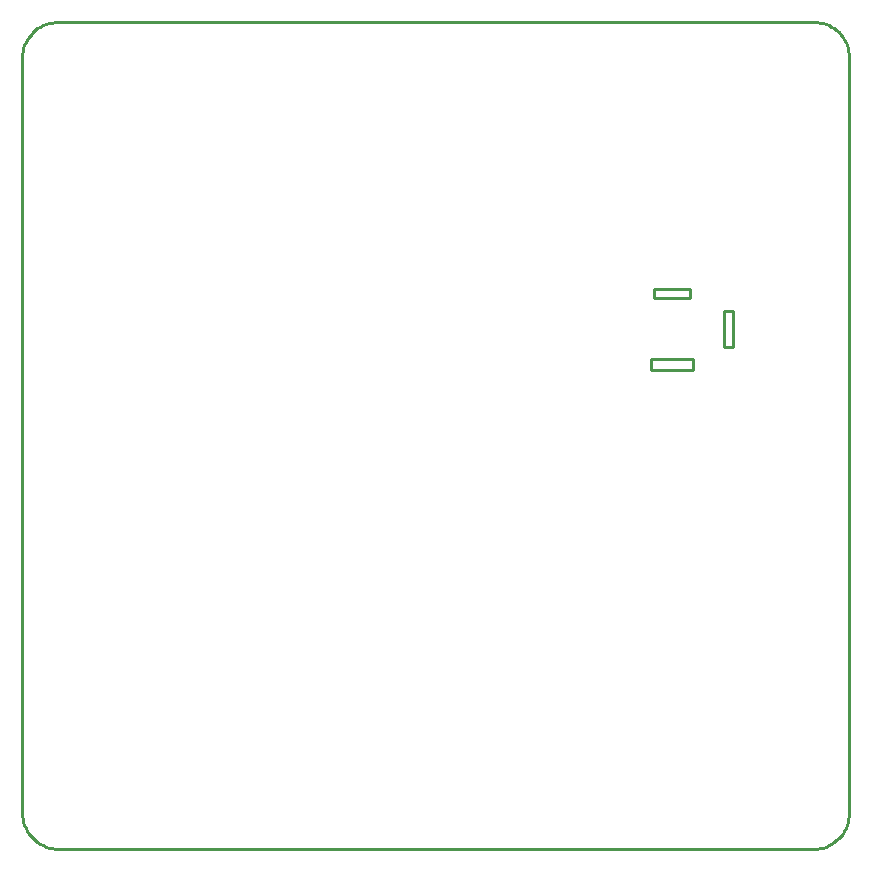
<source format=gbr>
G04 EAGLE Gerber RS-274X export*
G75*
%MOMM*%
%FSLAX34Y34*%
%LPD*%
%IN*%
%IPPOS*%
%AMOC8*
5,1,8,0,0,1.08239X$1,22.5*%
G01*
%ADD10C,0.254000*%


D10*
X0Y30000D02*
X114Y27385D01*
X456Y24791D01*
X1022Y22235D01*
X1809Y19739D01*
X2811Y17321D01*
X4019Y15000D01*
X5425Y12793D01*
X7019Y10716D01*
X8787Y8787D01*
X10716Y7019D01*
X12793Y5425D01*
X15000Y4019D01*
X17321Y2811D01*
X19739Y1809D01*
X22235Y1022D01*
X24791Y456D01*
X27385Y114D01*
X30000Y0D01*
X670000Y0D01*
X672615Y114D01*
X675209Y456D01*
X677765Y1022D01*
X680261Y1809D01*
X682679Y2811D01*
X685000Y4019D01*
X687207Y5425D01*
X689284Y7019D01*
X691213Y8787D01*
X692981Y10716D01*
X694575Y12793D01*
X695981Y15000D01*
X697189Y17321D01*
X698191Y19739D01*
X698978Y22235D01*
X699544Y24791D01*
X699886Y27385D01*
X700000Y30000D01*
X700000Y670000D01*
X699886Y672615D01*
X699544Y675209D01*
X698978Y677765D01*
X698191Y680261D01*
X697189Y682679D01*
X695981Y685000D01*
X694575Y687207D01*
X692981Y689284D01*
X691213Y691213D01*
X689284Y692981D01*
X687207Y694575D01*
X685000Y695981D01*
X682679Y697189D01*
X680261Y698191D01*
X677765Y698978D01*
X675209Y699544D01*
X672615Y699886D01*
X670000Y700000D01*
X30000Y700000D01*
X27385Y699886D01*
X24791Y699544D01*
X22235Y698978D01*
X19739Y698191D01*
X17321Y697189D01*
X15000Y695981D01*
X12793Y694575D01*
X10716Y692981D01*
X8787Y691213D01*
X7019Y689284D01*
X5425Y687207D01*
X4019Y685000D01*
X2811Y682679D01*
X1809Y680261D01*
X1022Y677765D01*
X456Y675209D01*
X114Y672615D01*
X0Y670000D01*
X0Y30000D01*
X594000Y425000D02*
X602000Y425000D01*
X602000Y455000D01*
X594000Y455000D01*
X594000Y425000D01*
X532500Y405000D02*
X567500Y405000D01*
X567500Y415000D01*
X532500Y415000D01*
X532500Y405000D01*
X535000Y466000D02*
X565000Y466000D01*
X565000Y474000D01*
X535000Y474000D01*
X535000Y466000D01*
M02*

</source>
